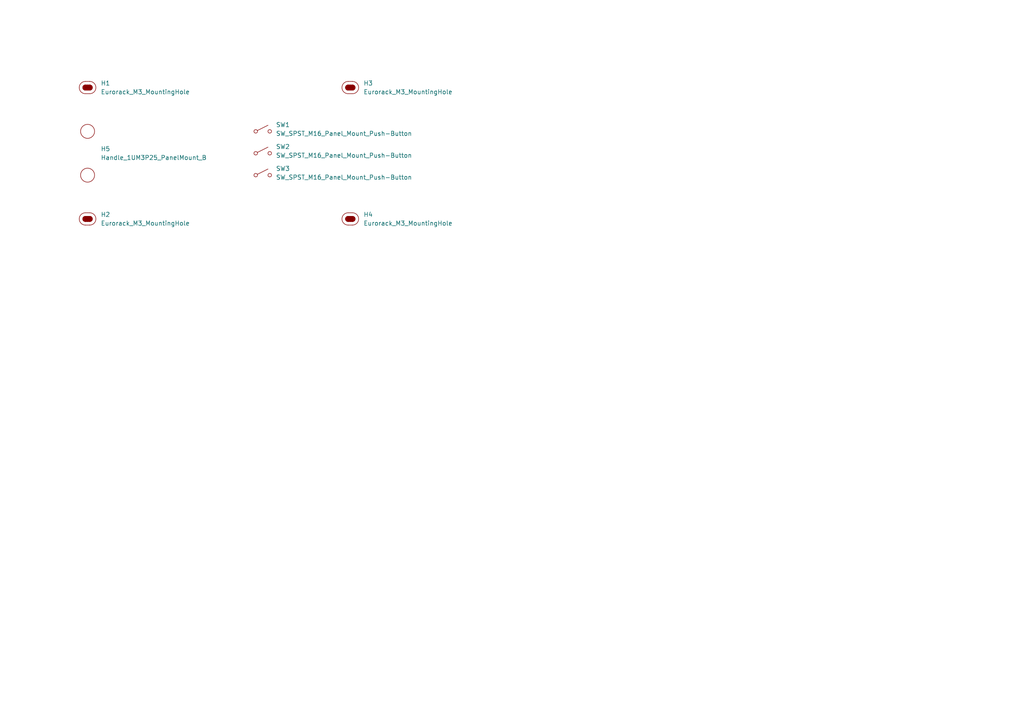
<source format=kicad_sch>
(kicad_sch (version 20250114) (generator "eeschema") (generator_version "9.0")
  (paper "A4")
  (lib_symbols
    (symbol "EXC:Eurorack_M3_MountingHole" (pin_names (offset 1.016))
      (property "Reference" "H" (at 0 5.08 0))
      (property "Value" "Eurorack_M3_MountingHole" (at 0 3.175 0))
      (symbol "Eurorack_M3_MountingHole_0_1"
        (polyline (pts (xy -0.635 0.762) (xy 0.635 0.762)))
        (circle (center -0.635 0) (radius 0.762) (fill (type outline)))
        (arc (start -0.635 -0.762) (mid -1.397 0) (end -0.635 0.762))
        (arc (start -0.635 -1.778) (mid -2.413 0) (end -0.635 1.778))
        (polyline (pts (xy -0.635 -0.762) (xy 0.635 -0.762)))
        (polyline (pts (xy -0.635 -1.778) (xy 0.635 -1.778)))
        (circle (center 0 0) (radius 0.762) (fill (type outline)))
        (polyline (pts (xy 0.635 1.778) (xy -0.635 1.778)))
        (arc (start 0.6141 1.778) (mid 2.4131 0) (end 0.6141 -1.778))
        (arc (start 0.6227 0.762) (mid 1.3971 0) (end 0.6227 -0.762))
        (circle (center 0.635 0) (radius 0.762) (fill (type outline)))
      )
    )
    (symbol "EXC:Handle_1UM3P25_B"
      (property "Reference" "H" (at 0 -6.35 0))
      (property "Value" "Handle_1UM3P25_PanelMount_B" (at 0.254 -17.018 0))
      (symbol "Handle_1UM3P25_B_0_1"
        (circle (center 0 0) (radius 2.032))
        (circle (center 0 -12.7) (radius 2.032))
      )
    )
    (symbol "EXC:SW_SPST-M16_Panel_Mount_Push-Button" (pin_names (offset 0) (hide yes))
      (property "Reference" "SW" (at 0 3.175 0))
      (property "Value" "SW_SPST_M16_Panel_Mount_Push-Button" (at 0 -2.032 0))
      (symbol "SW_SPST-M16_Panel_Mount_Push-Button_0_0"
        (circle (center -2.032 0) (radius 0.508))
        (polyline (pts (xy -1.524 0.254) (xy 1.524 1.778)))
        (circle (center 2.032 0) (radius 0.508))
      )
    )
  )
  (symbol (lib_id "EXC:Eurorack_M3_MountingHole") (at 25.4 63.5 0) (unit 1)
    (property "Reference" "H2" (at 29.21 62.2299 0) (effects (justify left)))
    (property "Value" "Eurorack_M3_MountingHole" (at 29.21 64.7699 0) (effects (justify left)))
    (property "Footprint" "EXC:MountingHole_3.2mm_M3" (effects (hide yes)))
    (property "Description" "Mounting Hole without connection" (effects (hide yes)))
  )
  (symbol (lib_id "EXC:Eurorack_M3_MountingHole") (at 101.6 63.5 0) (unit 1)
    (property "Reference" "H4" (at 105.41 62.2299 0) (effects (justify left)))
    (property "Value" "Eurorack_M3_MountingHole" (at 105.41 64.7699 0) (effects (justify left)))
    (property "Footprint" "EXC:MountingHole_3.2mm_M3" (effects (hide yes)))
    (property "Description" "Mounting Hole without connection" (effects (hide yes)))
  )
  (symbol (lib_id "EXC:SW_SPST-M16_Panel_Mount_Push-Button") (at 76.2 44.45 0) (unit 1)
    (property "Reference" "SW2" (at 80.01 42.5449 0) (effects (justify left)))
    (property "Value" "SW_SPST_M16_Panel_Mount_Push-Button" (at 80.01 45.0849 0) (effects (justify left)))
    (property "Footprint" "EXC:SW_SPST_M16_Panel_Mount_Push-Button" (effects (hide yes)))
    (property "Datasheet" "https://ae01.alicdn.com/kf/Hb7108e41e3624ebcb499960f1397143a2.jpg" (effects (hide yes)))
    (property "Description" "Single Pole Single-Throw (SPST) M16 panel-mount Push-Button switch" (effects (hide yes)))
    (property "Source" "https://www.aliexpress.com/item/4000830670631.html" (effects (hide yes)))
  )
  (symbol (lib_id "EXC:Eurorack_M3_MountingHole") (at 101.6 25.4 0) (unit 1)
    (property "Reference" "H3" (at 105.41 24.1299 0) (effects (justify left)))
    (property "Value" "Eurorack_M3_MountingHole" (at 105.41 26.6699 0) (effects (justify left)))
    (property "Footprint" "EXC:MountingHole_3.2mm_M3" (effects (hide yes)))
    (property "Description" "Mounting Hole without connection" (effects (hide yes)))
  )
  (symbol (lib_id "EXC:SW_SPST-M16_Panel_Mount_Push-Button") (at 76.2 38.1 0) (unit 1)
    (property "Reference" "SW1" (at 80.01 36.1949 0) (effects (justify left)))
    (property "Value" "SW_SPST_M16_Panel_Mount_Push-Button" (at 80.01 38.7349 0) (effects (justify left)))
    (property "Footprint" "EXC:SW_SPST_M16_Panel_Mount_Push-Button" (effects (hide yes)))
    (property "Datasheet" "https://ae01.alicdn.com/kf/Hb7108e41e3624ebcb499960f1397143a2.jpg" (effects (hide yes)))
    (property "Description" "Single Pole Single-Throw (SPST) M16 panel-mount Push-Button switch" (effects (hide yes)))
    (property "Source" "https://www.aliexpress.com/item/4000830670631.html" (effects (hide yes)))
  )
  (symbol (lib_id "EXC:Handle_1UM3P25_B") (at 25.4 38.1 0) (unit 1)
    (property "Reference" "H5" (at 29.21 43.1799 0) (effects (justify left)))
    (property "Value" "Handle_1UM3P25_PanelMount_B" (at 29.21 45.7199 0) (effects (justify left)))
    (property "Footprint" "EXC:Handle_1UM3P25_B" (effects (hide yes)))
  )
  (symbol (lib_id "EXC:Eurorack_M3_MountingHole") (at 25.4 25.4 0) (unit 1)
    (property "Reference" "H1" (at 29.21 24.1299 0) (effects (justify left)))
    (property "Value" "Eurorack_M3_MountingHole" (at 29.21 26.6699 0) (effects (justify left)))
    (property "Footprint" "EXC:MountingHole_3.2mm_M3" (effects (hide yes)))
    (property "Description" "Mounting Hole without connection" (effects (hide yes)))
  )
  (symbol (lib_id "EXC:SW_SPST-M16_Panel_Mount_Push-Button") (at 76.2 50.8 0) (unit 1)
    (property "Reference" "SW3" (at 80.01 48.8949 0) (effects (justify left)))
    (property "Value" "SW_SPST_M16_Panel_Mount_Push-Button" (at 80.01 51.4349 0) (effects (justify left)))
    (property "Footprint" "EXC:SW_SPST_M16_Panel_Mount_Push-Button" (effects (hide yes)))
    (property "Datasheet" "https://ae01.alicdn.com/kf/Hb7108e41e3624ebcb499960f1397143a2.jpg" (effects (hide yes)))
    (property "Description" "Single Pole Single-Throw (SPST) M16 panel-mount Push-Button switch" (effects (hide yes)))
    (property "Source" "https://www.aliexpress.com/item/4000830670631.html" (effects (hide yes)))
  )
)
</source>
